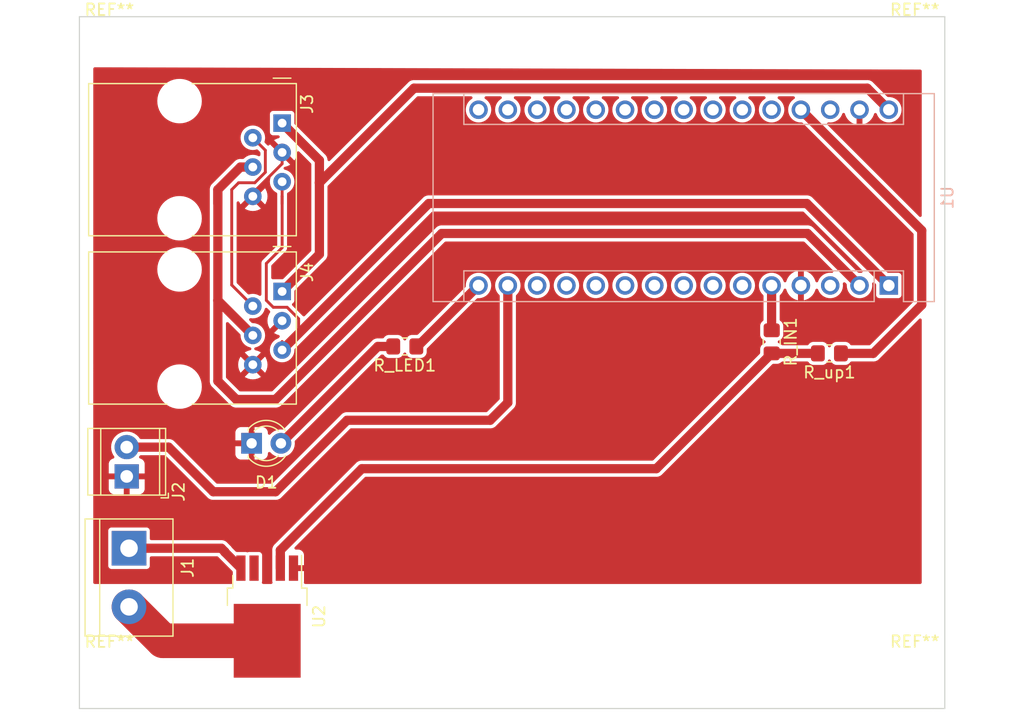
<source format=kicad_pcb>
(kicad_pcb (version 20211014) (generator pcbnew)
  (layers (0 "F.Cu" signal) (31 "B.Cu" signal) (34 "B.Paste" user) (35 "F.Paste" user) (36 "B.SilkS" user "B.Silkscreen") (37 "F.SilkS" user "F.Silkscreen") (38 "B.Mask" user) (39 "F.Mask" user) (44 "Edge.Cuts" user))
  (net 0 "")
  (net 1 "GNDA")
  (net 2 "Net-(D1-Pad2)")
  (net 3 "/LED+")
  (net 4 "VSS")
  (net 5 "/MODE")
  (net 6 "VSSA")
  (net 7 "+3V3")
  (net 8 "/RX")
  (net 9 "/TX")
  (net 10 "Net-(R_IN1-Pad1)")
  (net 11 "Net-(R_IN1-Pad2)")
  (net 12 "Net-(R_LED1-Pad1)")
  (net 13 "+5V")
  (net 16 "unconnected-(U1-Pad7)")
  (footprint "Resistor_SMD:R_0805_2012Metric_Pad1.20x1.40mm_HandSolder" (layer "F.Cu") (at 166.2 104.8 180)
    (fp_text reference "R_LED1" (at 0 -1.65) (layer "F.SilkS"))
    (fp_text value "280")
    (fp_line (start -0.227064 0.735) (end 0.227064 0.735) (layer "F.SilkS") (width 0.12))
    (fp_line (start -0.227064 -0.735) (end 0.227064 -0.735) (layer "F.SilkS") (width 0.12))
    (pad "1" smd roundrect (at -1 0 180) (size 1.2 1.4) (layers "F.Cu" "F.Paste" "F.Mask") (roundrect_rratio 0.208333) (net 12 "Net-(R_LED1-Pad1)"))
    (pad "2" smd roundrect (at 1 0 180) (size 1.2 1.4) (layers "F.Cu" "F.Paste" "F.Mask") (roundrect_rratio 0.208333) (net 2 "Net-(D1-Pad2)"))
  )
  (footprint "Connector_RJ:RJ12_Amphenol_54601" (layer "F.Cu") (at 155.57 85.43 -90)
    (fp_text reference "J3" (at -1.67 -2.16 90) (layer "F.SilkS"))
    (fp_text value "RJ12")
    (fp_line (start 9.77 16.65) (end 9.77 16.77) (layer "F.SilkS") (width 0.1))
    (fp_line (start 9.77 16.77) (end 9.77 9.99) (layer "F.SilkS") (width 0.12))
    (fp_line (start -3.43 -1.23) (end 9.77 -1.23) (layer "F.SilkS") (width 0.12))
    (fp_line (start 9.77 -1.23) (end 9.77 7.79) (layer "F.SilkS") (width 0.12))
    (fp_line (start 9.77 16.76) (end 9.77 16.77) (layer "F.SilkS") (width 0.1))
    (fp_line (start -3.43 16.77) (end -3.43 9.99) (layer "F.SilkS") (width 0.12))
    (fp_line (start -3.9 0.77) (end -3.9 -0.76) (layer "F.SilkS") (width 0.12))
    (fp_line (start 9.77 16.77) (end -3.43 16.77) (layer "F.SilkS") (width 0.12))
    (fp_line (start -3.43 7.79) (end -3.43 -1.23) (layer "F.SilkS") (width 0.12))
    (fp_line (start -3.43 7.72) (end -3.43 7.79) (layer "F.SilkS") (width 0.1))
    (pad "" np_thru_hole circle (at -1.91 8.89 270) (size 3.25 3.25) (drill 3.25) (layers *.Cu *.Mask))
    (pad "" np_thru_hole circle (at 8.25 8.89 270) (size 3.25 3.25) (drill 3.25) (layers *.Cu *.Mask))
    (pad "1" thru_hole rect (at 0 0 270) (size 1.52 1.52) (drill 0.76) (layers *.Cu *.Mask) (net 6 "VSSA"))
    (pad "2" thru_hole circle (at 1.27 2.54 270) (size 1.52 1.52) (drill 0.76) (layers *.Cu *.Mask) (net 7 "+3V3"))
    (pad "3" thru_hole circle (at 2.54 0 270) (size 1.52 1.52) (drill 0.76) (layers *.Cu *.Mask) (net 1 "GNDA"))
    (pad "4" thru_hole circle (at 3.81 2.54 270) (size 1.52 1.52) (drill 0.76) (layers *.Cu *.Mask) (net 8 "/RX"))
    (pad "5" thru_hole circle (at 5.08 0 270) (size 1.52 1.52) (drill 0.76) (layers *.Cu *.Mask) (net 9 "/TX"))
    (pad "6" thru_hole circle (at 6.35 2.54 270) (size 1.52 1.52) (drill 0.76) (layers *.Cu *.Mask) (net 1 "GNDA"))
  )
  (footprint "MountingHole:MountingHole_2.2mm_M2" (layer "F.Cu") (at 210.4 133.6)
    (fp_text reference "REF**" (at 0 -3.2) (layer "F.SilkS"))
    (fp_text value "MountingHole_2.2mm_M2")
    (pad "" np_thru_hole circle (at 0 0) (size 2.2 2.2) (drill 2.2) (layers *.Cu *.Mask))
  )
  (footprint "TerminalBlock:TerminalBlock_bornier-2_P5.08mm" (layer "F.Cu") (at 142.3 122.3 -90)
    (fp_text reference "J1" (at 1.7 -5.08 90) (layer "F.SilkS"))
    (fp_text value "BAT")
    (fp_line (start 7.62 2.54) (end -2.54 2.54) (layer "F.SilkS") (width 0.12))
    (fp_line (start -2.54 -3.81) (end -2.54 3.81) (layer "F.SilkS") (width 0.12))
    (fp_line (start 7.62 3.81) (end 7.62 -3.81) (layer "F.SilkS") (width 0.12))
    (fp_line (start -2.54 3.81) (end 7.62 3.81) (layer "F.SilkS") (width 0.12))
    (fp_line (start 7.62 -3.81) (end -2.54 -3.81) (layer "F.SilkS") (width 0.12))
    (pad "1" thru_hole rect (at 0 0 270) (size 3 3) (drill 1.52) (layers *.Cu *.Mask) (net 3 "/LED+"))
    (pad "2" thru_hole circle (at 5.08 0 270) (size 3 3) (drill 1.52) (layers *.Cu *.Mask) (net 4 "VSS"))
  )
  (footprint "LED_THT:LED_D3.0mm" (layer "F.Cu") (at 152.925 113.2)
    (fp_text reference "D1" (at 1.275 3.4) (layer "F.SilkS"))
    (fp_text value "LED")
    (fp_line (start -0.29 1.08) (end -0.29 1.236) (layer "F.SilkS") (width 0.12))
    (fp_line (start -0.29 -1.236) (end -0.29 -1.08) (layer "F.SilkS") (width 0.12))
    (fp_arc (start 2.942335 1.078608) (mid 1.366487 1.987659) (end -0.29 1.235516) (layer "F.SilkS") (width 0.12))
    (fp_arc (start -0.29 -1.235516) (mid 1.366487 -1.987659) (end 2.942335 -1.078608) (layer "F.SilkS") (width 0.12))
    (fp_arc (start 2.31113 1.079837) (mid 1.270117 1.5) (end 0.229039 1.08) (layer "F.SilkS") (width 0.12))
    (fp_arc (start 0.229039 -1.08) (mid 1.270117 -1.5) (end 2.31113 -1.079837) (layer "F.SilkS") (width 0.12))
    (pad "1" thru_hole rect (at 0 0) (size 1.8 1.8) (drill 0.9) (layers *.Cu *.Mask) (net 1 "GNDA"))
    (pad "2" thru_hole circle (at 2.54 0) (size 1.8 1.8) (drill 0.9) (layers *.Cu *.Mask) (net 2 "Net-(D1-Pad2)"))
  )
  (footprint "Resistor_SMD:R_0805_2012Metric_Pad1.20x1.40mm_HandSolder" (layer "F.Cu") (at 203 105.4 180)
    (fp_text reference "R_up1" (at 0 -1.65) (layer "F.SilkS"))
    (fp_text value "4.7k")
    (fp_line (start -0.227064 -0.735) (end 0.227064 -0.735) (layer "F.SilkS") (width 0.12))
    (fp_line (start -0.227064 0.735) (end 0.227064 0.735) (layer "F.SilkS") (width 0.12))
    (pad "1" smd roundrect (at -1 0 180) (size 1.2 1.4) (layers "F.Cu" "F.Paste" "F.Mask") (roundrect_rratio 0.208333) (net 13 "+5V"))
    (pad "2" smd roundrect (at 1 0 180) (size 1.2 1.4) (layers "F.Cu" "F.Paste" "F.Mask") (roundrect_rratio 0.208333) (net 11 "Net-(R_IN1-Pad2)"))
  )
  (footprint "Connector_RJ:RJ12_Amphenol_54601" (layer "F.Cu") (at 155.57 100.03 -90)
    (fp_text reference "J4" (at -1.67 -2.16 90) (layer "F.SilkS"))
    (fp_text value "RJ12")
    (fp_line (start 9.77 16.77) (end -3.43 16.77) (layer "F.SilkS") (width 0.12))
    (fp_line (start -3.9 0.77) (end -3.9 -0.76) (layer "F.SilkS") (width 0.12))
    (fp_line (start -3.43 7.72) (end -3.43 7.79) (layer "F.SilkS") (width 0.1))
    (fp_line (start -3.43 7.79) (end -3.43 -1.23) (layer "F.SilkS") (width 0.12))
    (fp_line (start 9.77 16.77) (end 9.77 9.99) (layer "F.SilkS") (width 0.12))
    (fp_line (start 9.77 16.76) (end 9.77 16.77) (layer "F.SilkS") (width 0.1))
    (fp_line (start 9.77 -1.23) (end 9.77 7.79) (layer "F.SilkS") (width 0.12))
    (fp_line (start -3.43 16.77) (end -3.43 9.99) (layer "F.SilkS") (width 0.12))
    (fp_line (start -3.43 -1.23) (end 9.77 -1.23) (layer "F.SilkS") (width 0.12))
    (fp_line (start 9.77 16.65) (end 9.77 16.77) (layer "F.SilkS") (width 0.1))
    (pad "" np_thru_hole circle (at -1.91 8.89 270) (size 3.25 3.25) (drill 3.25) (layers *.Cu *.Mask))
    (pad "" np_thru_hole circle (at 8.25 8.89 270) (size 3.25 3.25) (drill 3.25) (layers *.Cu *.Mask))
    (pad "1" thru_hole rect (at 0 0 270) (size 1.52 1.52) (drill 0.76) (layers *.Cu *.Mask) (net 6 "VSSA"))
    (pad "2" thru_hole circle (at 1.27 2.54 270) (size 1.52 1.52) (drill 0.76) (layers *.Cu *.Mask) (net 7 "+3V3"))
    (pad "3" thru_hole circle (at 2.54 0 270) (size 1.52 1.52) (drill 0.76) (layers *.Cu *.Mask) (net 1 "GNDA"))
    (pad "4" thru_hole circle (at 3.81 2.54 270) (size 1.52 1.52) (drill 0.76) (layers *.Cu *.Mask) (net 8 "/RX"))
    (pad "5" thru_hole circle (at 5.08 0 270) (size 1.52 1.52) (drill 0.76) (layers *.Cu *.Mask) (net 9 "/TX"))
    (pad "6" thru_hole circle (at 6.35 2.54 270) (size 1.52 1.52) (drill 0.76) (layers *.Cu *.Mask) (net 1 "GNDA"))
  )
  (footprint "MountingHole:MountingHole_2.2mm_M2" (layer "F.Cu") (at 140.6 133.6)
    (fp_text reference "REF**" (at 0 -3.2) (layer "F.SilkS"))
    (fp_text value "MountingHole_2.2mm_M2")
    (pad "" np_thru_hole circle (at 0 0) (size 2.2 2.2) (drill 2.2) (layers *.Cu *.Mask))
  )
  (footprint "MountingHole:MountingHole_2.2mm_M2" (layer "F.Cu") (at 140.6 78.8)
    (fp_text reference "REF**" (at 0 -3.2) (layer "F.SilkS"))
    (fp_text value "MountingHole_2.2mm_M2")
    (pad "" np_thru_hole circle (at 0 0) (size 2.2 2.2) (drill 2.2) (layers *.Cu *.Mask))
  )
  (footprint "MountingHole:MountingHole_2.2mm_M2" (layer "F.Cu") (at 210.4 78.8)
    (fp_text reference "REF**" (at 0 -3.2) (layer "F.SilkS"))
    (fp_text value "MountingHole_2.2mm_M2")
    (pad "" np_thru_hole circle (at 0 0) (size 2.2 2.2) (drill 2.2) (layers *.Cu *.Mask))
  )
  (footprint "Resistor_SMD:R_0805_2012Metric_Pad1.20x1.40mm_HandSolder" (layer "F.Cu") (at 198 104.4 -90)
    (fp_text reference "R_IN1" (at 0 -1.65 90) (layer "F.SilkS"))
    (fp_text value "4.7k")
    (fp_line (start -0.227064 0.735) (end 0.227064 0.735) (layer "F.SilkS") (width 0.12))
    (fp_line (start -0.227064 -0.735) (end 0.227064 -0.735) (layer "F.SilkS") (width 0.12))
    (pad "1" smd roundrect (at -1 0 270) (size 1.2 1.4) (layers "F.Cu" "F.Paste" "F.Mask") (roundrect_rratio 0.208333) (net 10 "Net-(R_IN1-Pad1)"))
    (pad "2" smd roundrect (at 1 0 270) (size 1.2 1.4) (layers "F.Cu" "F.Paste" "F.Mask") (roundrect_rratio 0.208333) (net 11 "Net-(R_IN1-Pad2)"))
  )
  (footprint "Package_TO_SOT_SMD:TO-252-4" (layer "F.Cu") (at 154.275 128.225 -90)
    (fp_text reference "U2" (at 0 -4.5 90) (layer "F.SilkS"))
    (fp_text value "BTS462T")
    (fp_line (start -0.97 -3.45) (end -2.47 -3.45) (layer "F.SilkS") (width 0.12))
    (fp_line (start -2.47 -3.45) (end -2.47 -2.98) (layer "F.SilkS") (width 0.12))
    (fp_line (start -0.97 3.45) (end -2.47 3.45) (layer "F.SilkS") (width 0.12))
    (fp_line (start -2.47 2.98) (end -3.57 2.98) (layer "F.SilkS") (width 0.12))
    (fp_line (start -2.47 3.45) (end -2.47 2.98) (layer "F.SilkS") (width 0.12))
    (fp_line (start -2.47 -2.98) (end -5.3 -2.98) (layer "F.SilkS") (width 0.12))
    (pad "1" smd rect (at -4.2 -2.28 270) (size 2.2 0.8) (layers "F.Cu" "F.Paste" "F.Mask") (net 1 "GNDA"))
    (pad "2" smd rect (at -4.2 -1.14 270) (size 2.2 0.8) (layers "F.Cu" "F.Paste" "F.Mask") (net 11 "Net-(R_IN1-Pad2)"))
    (pad "3" smd rect (at 2.1 0 270) (size 6.4 5.8) (layers "F.Cu" "F.Mask") (net 4 "VSS"))
    (pad "4" smd rect (at -4.2 1.14 270) (size 2.2 0.8) (layers "F.Cu" "F.Paste" "F.Mask"))
    (pad "5" smd rect (at -4.2 2.28 270) (size 2.2 0.8) (layers "F.Cu" "F.Paste" "F.Mask") (net 3 "/LED+"))
  )
  (footprint "TerminalBlock_TE-Connectivity:TerminalBlock_TE_282834-2_1x02_P2.54mm_Horizontal" (layer "F.Cu") (at 142.1 116.07 90)
    (fp_text reference "J2" (at -1.33 4.5 90) (layer "F.SilkS"))
    (fp_text value "Switch")
    (fp_line (start -1.86 2.97) (end -1.86 3.61) (layer "F.SilkS") (width 0.12))
    (fp_line (start 4.16 -3.37) (end 4.16 3.37) (layer "F.SilkS") (width 0.12))
    (fp_line (start -1.86 3.61) (end -1.46 3.61) (layer "F.SilkS") (width 0.12))
    (fp_line (start -1.62 2.85) (end 4.16 2.85) (layer "F.SilkS") (width 0.12))
    (fp_line (start -1.62 -3.37) (end 4.16 -3.37) (layer "F.SilkS") (width 0.12))
    (fp_line (start -1.62 -2.25) (end 4.16 -2.25) (layer "F.SilkS") (width 0.12))
    (fp_line (start -1.62 3.37) (end 4.16 3.37) (layer "F.SilkS") (width 0.12))
    (fp_line (start -1.62 -3.37) (end -1.62 3.37) (layer "F.SilkS") (width 0.12))
    (pad "1" thru_hole rect (at 0 0 90) (size 2.1 2.1) (drill 1.1) (layers *.Cu *.Mask) (net 1 "GNDA"))
    (pad "2" thru_hole circle (at 2.54 0 90) (size 2.1 2.1) (drill 1.1) (layers *.Cu *.Mask) (net 5 "/MODE"))
  )
  (footprint "Module:Arduino_Nano" (layer "B.Cu") (at 208.15 99.51 90)
    (fp_text reference "U1" (at 7.62 5.08 90) (layer "B.SilkS") (effects (justify mirror)))
    (fp_text value "Arduino_Nano_v3.x")
    (fp_line (start 1.27 1.27) (end -1.4 1.27) (layer "B.SilkS") (width 0.12))
    (fp_line (start 13.97 1.27) (end 16.64 1.27) (layer "B.SilkS") (width 0.12))
    (fp_line (start -1.4 3.94) (end -1.4 1.27) (layer "B.SilkS") (width 0.12))
    (fp_line (start 16.64 3.94) (end -1.4 3.94) (layer "B.SilkS") (width 0.12))
    (fp_line (start 13.97 -36.83) (end 16.64 -36.83) (layer "B.SilkS") (width 0.12))
    (fp_line (start 13.97 1.27) (end 13.97 -36.83) (layer "B.SilkS") (width 0.12))
    (fp_line (start -1.4 -1.27) (end -1.4 -39.5) (layer "B.SilkS") (width 0.12))
    (fp_line (start -1.4 -39.5) (end 16.64 -39.5) (layer "B.SilkS") (width 0.12))
    (fp_line (start 1.27 -1.27) (end 1.27 1.27) (layer "B.SilkS") (width 0.12))
    (fp_line (start 1.27 -36.83) (end -1.4 -36.83) (layer "B.SilkS") (width 0.12))
    (fp_line (start 1.27 -1.27) (end -1.4 -1.27) (layer "B.SilkS") (width 0.12))
    (fp_line (start 16.64 -39.5) (end 16.64 3.94) (layer "B.SilkS") (width 0.12))
    (fp_line (start 1.27 -1.27) (end 1.27 -36.83) (layer "B.SilkS") (width 0.12))
    (pad "1" thru_hole rect (at 0 0 90) (size 1.6 1.6) (drill 1) (layers *.Cu *.Mask) (net 9 "/TX"))
    (pad "2" thru_hole oval (at 0 -2.54 90) (size 1.6 1.6) (drill 1) (layers *.Cu *.Mask) (net 8 "/RX"))
    (pad "3" thru_hole oval (at 0 -5.08 90) (size 1.6 1.6) (drill 1) (layers *.Cu *.Mask))
    (pad "4" thru_hole oval (at 0 -7.62 90) (size 1.6 1.6) (drill 1) (layers *.Cu *.Mask) (net 1 "GNDA"))
    (pad "5" thru_hole oval (at 0 -10.16 90) (size 1.6 1.6) (drill 1) (layers *.Cu *.Mask) (net 10 "Net-(R_IN1-Pad1)"))
    (pad "6" thru_hole oval (at 0 -12.7 90) (size 1.6 1.6) (drill 1) (layers *.Cu *.Mask))
    (pad "7" thru_hole oval (at 0 -15.24 90) (size 1.6 1.6) (drill 1) (layers *.Cu *.Mask) (net 16 "unconnected-(U1-Pad7)"))
    (pad "8" thru_hole oval (at 0 -17.78 90) (size 1.6 1.6) (drill 1) (layers *.Cu *.Mask))
    (pad "9" thru_hole oval (at 0 -20.32 90) (size 1.6 1.6) (drill 1) (layers *.Cu *.Mask))
    (pad "10" thru_hole oval (at 0 -22.86 90) (size 1.6 1.6) (drill 1) (layers *.Cu *.Mask))
    (pad "11" thru_hole oval (at 0 -25.4 90) (size 1.6 1.6) (drill 1) (layers *.Cu *.Mask))
    (pad "12" thru_hole oval (at 0 -27.94 90) (size 1.6 1.6) (drill 1) (layers *.Cu *.Mask))
    (pad "13" thru_hole oval (at 0 -30.48 90) (size 1.6 1.6) (drill 1) (layers *.Cu *.Mask))
    (pad "14" thru_hole oval (at 0 -33.02 90) (size 1.6 1.6) (drill 1) (layers *.Cu *.Mask) (net 5 "/MODE"))
    (pad "15" thru_hole oval (at 0 -35.56 90) (size 1.6 1.6) (drill 1) (layers *.Cu *.Mask) (net 12 "Net-(R_LED1-Pad1)"))
    (pad "16" thru_hole oval (at 15.24 -35.56 90) (size 1.6 1.6) (drill 1) (layers *.Cu *.Mask))
    (pad "17" thru_hole oval (at 15.24 -33.02 90) (size 1.6 1.6) (drill 1) (layers *.Cu *.Mask))
    (pad "18" thru_hole oval (at 15.24 -30.48 90) (size 1.6 1.6) (drill 1) (layers *.Cu *.Mask))
    (pad "19" thru_hole oval (at 15.24 -27.94 90) (size 1.6 1.6) (drill 1) (layers *.Cu *.Mask))
    (pad "20" thru_hole oval (at 15.24 -25.4 90) (size 1.6 1.6) (drill 1) (layers *.Cu *.Mask))
    (pad "21" thru_hole oval (at 15.24 -22.86 90) (size 1.6 1.6) (drill 1) (layers *.Cu *.Mask))
    (pad "22" thru_hole oval (at 15.24 -20.32 90) (size 1.6 1.6) (drill 1) (layers *.Cu *.Mask))
    (pad "23" thru_hole oval (at 15.24 -17.78 90) (size 1.6 1.6) (drill 1) (layers *.Cu *.Mask))
    (pad "24" thru_hole oval (at 15.24 -15.24 90) (size 1.6 1.6) (drill 1) (layers *.Cu *.Mask))
    (pad "25" thru_hole oval (at 15.24 -12.7 90) (size 1.6 1.6) (drill 1) (layers *.Cu *.Mask))
    (pad "26" thru_hole oval (at 15.24 -10.16 90) (size 1.6 1.6) (drill 1) (layers *.Cu *.Mask))
    (pad "27" thru_hole oval (at 15.24 -7.62 90) (size 1.6 1.6) (drill 1) (layers *.Cu *.Mask) (net 13 "+5V"))
    (pad "28" thru_hole oval (at 15.24 -5.08 90) (size 1.6 1.6) (drill 1) (layers *.Cu *.Mask))
    (pad "29" thru_hole oval (at 15.24 -2.54 90) (size 1.6 1.6) (drill 1) (layers *.Cu *.Mask) (net 1 "GNDA"))
    (pad "30" thru_hole oval (at 15.24 0 90) (size 1.6 1.6) (drill 1) (layers *.Cu *.Mask) (net 6 "VSSA"))
  )
  (gr_line (start 213 136.2) (end 213 76.2) (layer "Edge.Cuts") (width 0.1))
  (gr_line (start 138 136.2) (end 212 136.2) (layer "Edge.Cuts") (width 0.1))
  (gr_line (start 213 76.2) (end 138 76.2) (layer "Edge.Cuts") (width 0.1))
  (gr_line (start 138 76.2) (end 138 136.2) (layer "Edge.Cuts") (width 0.1))
  (gr_line (start 212 136.2) (end 213 136.2) (layer "Edge.Cuts") (width 0.1))
  (segment (start 153.03 91.78) (end 153.03 91.489724) (width 0.25) (layer "F.Cu") (net 1))
  (segment (start 155.57 88.949724) (end 155.57 87.97) (width 0.25) (layer "F.Cu") (net 1))
  (segment (start 153.03 91.489724) (end 155.57 88.949724) (width 0.25) (layer "F.Cu") (net 1))
  (segment (start 155.465 113.2) (end 163.865 104.8) (width 0.8) (layer "F.Cu") (net 2))
  (segment (start 163.865 104.8) (end 165.2 104.8) (width 0.8) (layer "F.Cu") (net 2))
  (segment (start 150.3 122.3) (end 142.3 122.3) (width 0.8) (layer "F.Cu") (net 3))
  (segment (start 150.6 122.6) (end 150.3 122.3) (width 0.8) (layer "F.Cu") (net 3))
  (segment (start 151.995 124.025) (end 150.6 122.63) (width 0.8) (layer "F.Cu") (net 3))
  (segment (start 150.6 122.63) (end 150.6 122.6) (width 0.8) (layer "F.Cu") (net 3))
  (segment (start 142.3 127.38) (end 145.245 130.325) (width 3) (layer "F.Cu") (net 4))
  (segment (start 145.245 130.325) (end 154.275 130.325) (width 3) (layer "F.Cu") (net 4))
  (segment (start 175.13 99.51) (end 175.13 109.67) (width 0.8) (layer "F.Cu") (net 5))
  (segment (start 175.13 109.67) (end 173.6 111.2) (width 0.8) (layer "F.Cu") (net 5))
  (segment (start 145.73 113.53) (end 142.1 113.53) (width 0.8) (layer "F.Cu") (net 5))
  (segment (start 161.2 111.2) (end 155 117.4) (width 0.8) (layer "F.Cu") (net 5))
  (segment (start 155 117.4) (end 149.6 117.4) (width 0.8) (layer "F.Cu") (net 5))
  (segment (start 149.6 117.4) (end 145.73 113.53) (width 0.8) (layer "F.Cu") (net 5))
  (segment (start 173.6 111.2) (end 161.2 111.2) (width 0.8) (layer "F.Cu") (net 5))
  (segment (start 158.8 90.6) (end 167 82.4) (width 0.8) (layer "F.Cu") (net 6))
  (segment (start 158.8 90.6) (end 158.8 96.8) (width 0.8) (layer "F.Cu") (net 6))
  (segment (start 167 82.4) (end 206.28 82.4) (width 0.8) (layer "F.Cu") (net 6))
  (segment (start 158.8 96.8) (end 155.57 100.03) (width 0.8) (layer "F.Cu") (net 6))
  (segment (start 155.57 85.43) (end 158.8 88.66) (width 0.8) (layer "F.Cu") (net 6))
  (segment (start 206.28 82.4) (end 208.15 84.27) (width 0.8) (layer "F.Cu") (net 6))
  (segment (start 158.8 88.66) (end 158.8 90.6) (width 0.8) (layer "F.Cu") (net 6))
  (segment (start 151.2 99.47) (end 153.03 101.3) (width 0.25) (layer "F.Cu") (net 7))
  (segment (start 153.203731 90.6) (end 151.8 90.6) (width 0.25) (layer "F.Cu") (net 7))
  (segment (start 154.114511 89.68922) (end 153.203731 90.6) (width 0.25) (layer "F.Cu") (net 7))
  (segment (start 151.8 90.6) (end 151.2 91.2) (width 0.25) (layer "F.Cu") (net 7))
  (segment (start 154.114511 87.784511) (end 154.114511 89.68922) (width 0.25) (layer "F.Cu") (net 7))
  (segment (start 151.2 91.2) (end 151.2 99.47) (width 0.25) (layer "F.Cu") (net 7))
  (segment (start 153.03 86.7) (end 154.114511 87.784511) (width 0.25) (layer "F.Cu") (net 7))
  (segment (start 205.61 99.51) (end 201.1 95) (width 0.8) (layer "F.Cu") (net 8))
  (segment (start 155 109.4) (end 151.6 109.4) (width 0.8) (layer "F.Cu") (net 8))
  (segment (start 151.6 109.4) (end 150 107.8) (width 0.8) (layer "F.Cu") (net 8))
  (segment (start 150 91.195198) (end 150 92.4) (width 0.8) (layer "F.Cu") (net 8))
  (segment (start 153.03 103.84) (end 153.03 104.103731) (width 0.25) (layer "F.Cu") (net 8))
  (segment (start 201.1 95) (end 169.4 95) (width 0.8) (layer "F.Cu") (net 8))
  (segment (start 153.03 103.84) (end 150 100.81) (width 0.8) (layer "F.Cu") (net 8))
  (segment (start 151.955198 89.24) (end 150 91.195198) (width 0.8) (layer "F.Cu") (net 8))
  (segment (start 153.03 89.24) (end 151.955198 89.24) (width 0.8) (layer "F.Cu") (net 8))
  (segment (start 169.4 95) (end 155 109.4) (width 0.8) (layer "F.Cu") (net 8))
  (segment (start 150 100.81) (end 150 91.195198) (width 0.8) (layer "F.Cu") (net 8))
  (segment (start 150 107.8) (end 150 100.81) (width 0.8) (layer "F.Cu") (net 8))
  (segment (start 156 101.4) (end 154.8 101.4) (width 0.25) (layer "F.Cu") (net 9))
  (segment (start 201.04 92.4) (end 168.28 92.4) (width 0.8) (layer "F.Cu") (net 9))
  (segment (start 155.57 90.51) (end 155.57 91.77) (width 0.25) (layer "F.Cu") (net 9))
  (segment (start 155.57 91.77) (end 155.57 92.43) (width 0.25) (layer "F.Cu") (net 9))
  (segment (start 168.28 92.4) (end 155.57 105.11) (width 0.8) (layer "F.Cu") (net 9))
  (segment (start 155.57 105.11) (end 157 103.68) (width 0.25) (layer "F.Cu") (net 9))
  (segment (start 155.57 96.23) (end 155.57 91.77) (width 0.25) (layer "F.Cu") (net 9))
  (segment (start 208.15 99.51) (end 201.04 92.4) (width 0.8) (layer "F.Cu") (net 9))
  (segment (start 154.2 100.8) (end 154.2 97.6) (width 0.25) (layer "F.Cu") (net 9))
  (segment (start 157 103.68) (end 157 102.4) (width 0.25) (layer "F.Cu") (net 9))
  (segment (start 154.2 97.6) (end 155.57 96.23) (width 0.25) (layer "F.Cu") (net 9))
  (segment (start 157 102.4) (end 156 101.4) (width 0.25) (layer "F.Cu") (net 9))
  (segment (start 154.8 101.4) (end 154.2 100.8) (width 0.25) (layer "F.Cu") (net 9))
  (segment (start 155.57 104.37) (end 155.57 105.11) (width 0.25) (layer "F.Cu") (net 9))
  (segment (start 198 99.52) (end 197.99 99.51) (width 0.8) (layer "F.Cu") (net 10))
  (segment (start 197.99 103.39) (end 198 103.4) (width 0.8) (layer "F.Cu") (net 10))
  (segment (start 197.99 99.51) (end 197.99 103.39) (width 0.8) (layer "F.Cu") (net 10))
  (segment (start 198 105.4) (end 188 115.4) (width 0.8) (layer "F.Cu") (net 11))
  (segment (start 188 115.4) (end 162.480978 115.4) (width 0.8) (layer "F.Cu") (net 11))
  (segment (start 198 105.4) (end 202 105.4) (width 0.8) (layer "F.Cu") (net 11))
  (segment (start 155.415 122.465978) (end 155.415 124.025) (width 0.8) (layer "F.Cu") (net 11))
  (segment (start 162.480978 115.4) (end 155.415 122.465978) (width 0.8) (layer "F.Cu") (net 11))
  (segment (start 167.3 104.8) (end 172.59 99.51) (width 0.8) (layer "F.Cu") (net 12))
  (segment (start 167.2 104.8) (end 167.3 104.8) (width 0.8) (layer "F.Cu") (net 12))
  (segment (start 204 105.4) (end 206.8 105.4) (width 0.8) (layer "F.Cu") (net 13))
  (segment (start 211 94.74) (end 200.53 84.27) (width 0.8) (layer "F.Cu") (net 13))
  (segment (start 211 101.2) (end 211 94.74) (width 0.8) (layer "F.Cu") (net 13))
  (segment (start 206.8 105.4) (end 211 101.2) (width 0.8) (layer "F.Cu") (net 13))
  (segment (start 193 99.6) (end 192.91 99.51) (width 0.8) (layer "F.Cu") (net 16))
  (zone (net 1) (net_name "GNDA") (layer "F.Cu") (connect_pads (clearance 0.3)) (min_thickness 0.254) (fill yes (thermal_gap 0.508) (thermal_bridge_width 0.508))
    (polygon (pts (xy 211.002266 80.787193) (xy 211 125.4) (xy 139.2 125.4) (xy 139.202266 80.587193)))
  )
)
</source>
